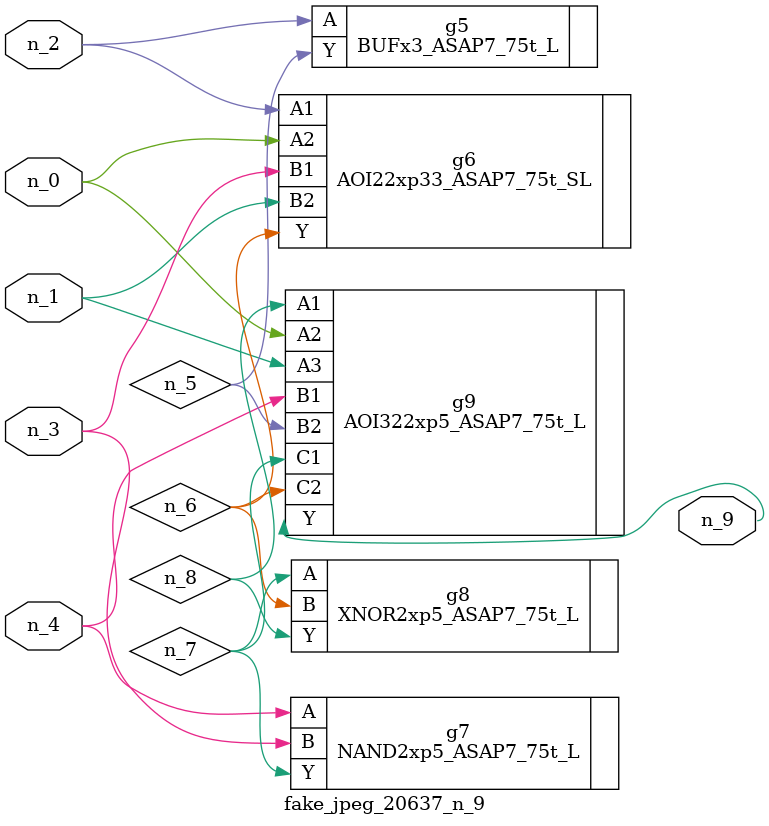
<source format=v>
module fake_jpeg_20637_n_9 (n_3, n_2, n_1, n_0, n_4, n_9);

input n_3;
input n_2;
input n_1;
input n_0;
input n_4;

output n_9;

wire n_8;
wire n_6;
wire n_5;
wire n_7;

BUFx3_ASAP7_75t_L g5 ( 
.A(n_2),
.Y(n_5)
);

AOI22xp33_ASAP7_75t_SL g6 ( 
.A1(n_2),
.A2(n_0),
.B1(n_3),
.B2(n_1),
.Y(n_6)
);

NAND2xp5_ASAP7_75t_L g7 ( 
.A(n_4),
.B(n_3),
.Y(n_7)
);

XNOR2xp5_ASAP7_75t_L g8 ( 
.A(n_7),
.B(n_6),
.Y(n_8)
);

AOI322xp5_ASAP7_75t_L g9 ( 
.A1(n_8),
.A2(n_0),
.A3(n_1),
.B1(n_4),
.B2(n_5),
.C1(n_7),
.C2(n_6),
.Y(n_9)
);


endmodule
</source>
